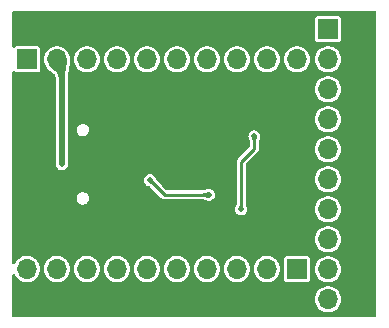
<source format=gbr>
%TF.GenerationSoftware,KiCad,Pcbnew,7.0.6*%
%TF.CreationDate,2023-09-22T01:58:40+08:00*%
%TF.ProjectId,power_ex_board,706f7765-725f-4657-985f-626f6172642e,rev?*%
%TF.SameCoordinates,Original*%
%TF.FileFunction,Copper,L2,Bot*%
%TF.FilePolarity,Positive*%
%FSLAX46Y46*%
G04 Gerber Fmt 4.6, Leading zero omitted, Abs format (unit mm)*
G04 Created by KiCad (PCBNEW 7.0.6) date 2023-09-22 01:58:40*
%MOMM*%
%LPD*%
G01*
G04 APERTURE LIST*
%TA.AperFunction,ComponentPad*%
%ADD10R,1.700000X1.700000*%
%TD*%
%TA.AperFunction,ComponentPad*%
%ADD11O,1.700000X1.700000*%
%TD*%
%TA.AperFunction,ComponentPad*%
%ADD12O,2.100000X1.000000*%
%TD*%
%TA.AperFunction,ComponentPad*%
%ADD13O,1.600000X1.000000*%
%TD*%
%TA.AperFunction,ViaPad*%
%ADD14C,0.508000*%
%TD*%
%TA.AperFunction,Conductor*%
%ADD15C,0.254000*%
%TD*%
%TA.AperFunction,Conductor*%
%ADD16C,0.508000*%
%TD*%
G04 APERTURE END LIST*
D10*
%TO.P,3V3,1,Pin_1*%
%TO.N,+3V3*%
X119121000Y-97541000D03*
D11*
%TO.P,3V3,2,Pin_2*%
%TO.N,GND*%
X121661000Y-97541000D03*
%TO.P,3V3,3,Pin_3*%
%TO.N,+3V3*%
X119121000Y-100081000D03*
%TO.P,3V3,4,Pin_4*%
%TO.N,GND*%
X121661000Y-100081000D03*
%TO.P,3V3,5,Pin_5*%
%TO.N,+3V3*%
X119121000Y-102621000D03*
%TO.P,3V3,6,Pin_6*%
%TO.N,GND*%
X121661000Y-102621000D03*
%TO.P,3V3,7,Pin_7*%
%TO.N,+3V3*%
X119121000Y-105161000D03*
%TO.P,3V3,8,Pin_8*%
%TO.N,GND*%
X121661000Y-105161000D03*
%TO.P,3V3,9,Pin_9*%
%TO.N,+3V3*%
X119121000Y-107701000D03*
%TO.P,3V3,10,Pin_10*%
%TO.N,GND*%
X121661000Y-107701000D03*
%TO.P,3V3,11,Pin_11*%
%TO.N,+3V3*%
X119121000Y-110241000D03*
%TO.P,3V3,12,Pin_12*%
%TO.N,GND*%
X121661000Y-110241000D03*
%TO.P,3V3,13,Pin_13*%
%TO.N,+3V3*%
X119121000Y-112781000D03*
%TO.P,3V3,14,Pin_14*%
%TO.N,GND*%
X121661000Y-112781000D03*
%TO.P,3V3,15,Pin_15*%
%TO.N,+3V3*%
X119121000Y-115321000D03*
%TO.P,3V3,16,Pin_16*%
%TO.N,GND*%
X121661000Y-115321000D03*
%TO.P,3V3,17,Pin_17*%
%TO.N,+3V3*%
X119121000Y-117861000D03*
%TO.P,3V3,18,Pin_18*%
%TO.N,GND*%
X121661000Y-117861000D03*
%TO.P,3V3,19,Pin_19*%
%TO.N,+3V3*%
X119121000Y-120401000D03*
%TO.P,3V3,20,Pin_20*%
%TO.N,GND*%
X121661000Y-120401000D03*
%TD*%
D10*
%TO.P,Custom,1,Pin_1*%
%TO.N,VCC*%
X116474400Y-117841000D03*
D11*
%TO.P,Custom,2,Pin_2*%
%TO.N,GND*%
X116474400Y-120381000D03*
%TO.P,Custom,3,Pin_3*%
%TO.N,VCC*%
X113934400Y-117841000D03*
%TO.P,Custom,4,Pin_4*%
%TO.N,GND*%
X113934400Y-120381000D03*
%TO.P,Custom,5,Pin_5*%
%TO.N,VCC*%
X111394400Y-117841000D03*
%TO.P,Custom,6,Pin_6*%
%TO.N,GND*%
X111394400Y-120381000D03*
%TO.P,Custom,7,Pin_7*%
%TO.N,VCC*%
X108854400Y-117841000D03*
%TO.P,Custom,8,Pin_8*%
%TO.N,GND*%
X108854400Y-120381000D03*
%TO.P,Custom,9,Pin_9*%
%TO.N,VCC*%
X106314400Y-117841000D03*
%TO.P,Custom,10,Pin_10*%
%TO.N,GND*%
X106314400Y-120381000D03*
%TO.P,Custom,11,Pin_11*%
%TO.N,VCC*%
X103774400Y-117841000D03*
%TO.P,Custom,12,Pin_12*%
%TO.N,GND*%
X103774400Y-120381000D03*
%TO.P,Custom,13,Pin_13*%
%TO.N,VCC*%
X101234400Y-117841000D03*
%TO.P,Custom,14,Pin_14*%
%TO.N,GND*%
X101234400Y-120381000D03*
%TO.P,Custom,15,Pin_15*%
%TO.N,VCC*%
X98694400Y-117841000D03*
%TO.P,Custom,16,Pin_16*%
%TO.N,GND*%
X98694400Y-120381000D03*
%TO.P,Custom,17,Pin_17*%
%TO.N,VCC*%
X96154400Y-117841000D03*
%TO.P,Custom,18,Pin_18*%
%TO.N,GND*%
X96154400Y-120381000D03*
%TO.P,Custom,19,Pin_19*%
%TO.N,VCC*%
X93614400Y-117841000D03*
%TO.P,Custom,20,Pin_20*%
%TO.N,GND*%
X93614400Y-120381000D03*
%TD*%
D10*
%TO.P,5V,1,Pin_1*%
%TO.N,+5V*%
X93624400Y-100091000D03*
D11*
%TO.P,5V,2,Pin_2*%
%TO.N,GND*%
X93624400Y-97551000D03*
%TO.P,5V,3,Pin_3*%
%TO.N,+5V*%
X96164400Y-100091000D03*
%TO.P,5V,4,Pin_4*%
%TO.N,GND*%
X96164400Y-97551000D03*
%TO.P,5V,5,Pin_5*%
%TO.N,+5V*%
X98704400Y-100091000D03*
%TO.P,5V,6,Pin_6*%
%TO.N,GND*%
X98704400Y-97551000D03*
%TO.P,5V,7,Pin_7*%
%TO.N,+5V*%
X101244400Y-100091000D03*
%TO.P,5V,8,Pin_8*%
%TO.N,GND*%
X101244400Y-97551000D03*
%TO.P,5V,9,Pin_9*%
%TO.N,+5V*%
X103784400Y-100091000D03*
%TO.P,5V,10,Pin_10*%
%TO.N,GND*%
X103784400Y-97551000D03*
%TO.P,5V,11,Pin_11*%
%TO.N,+5V*%
X106324400Y-100091000D03*
%TO.P,5V,12,Pin_12*%
%TO.N,GND*%
X106324400Y-97551000D03*
%TO.P,5V,13,Pin_13*%
%TO.N,+5V*%
X108864400Y-100091000D03*
%TO.P,5V,14,Pin_14*%
%TO.N,GND*%
X108864400Y-97551000D03*
%TO.P,5V,15,Pin_15*%
%TO.N,+5V*%
X111404400Y-100091000D03*
%TO.P,5V,16,Pin_16*%
%TO.N,GND*%
X111404400Y-97551000D03*
%TO.P,5V,17,Pin_17*%
%TO.N,+5V*%
X113944400Y-100091000D03*
%TO.P,5V,18,Pin_18*%
%TO.N,GND*%
X113944400Y-97551000D03*
%TO.P,5V,19,Pin_19*%
%TO.N,+5V*%
X116484400Y-100091000D03*
%TO.P,5V,20,Pin_20*%
%TO.N,GND*%
X116484400Y-97551000D03*
%TD*%
D12*
%TO.P,J1,S1,SHIELD*%
%TO.N,GND*%
X98888000Y-104646000D03*
D13*
X94708000Y-104646000D03*
D12*
X98888000Y-113286000D03*
D13*
X94708000Y-113286000D03*
%TD*%
D14*
%TO.N,GND*%
X106787950Y-113919000D03*
X95220366Y-115239800D03*
X94183200Y-111658400D03*
X108991400Y-109651800D03*
X109702600Y-102844600D03*
X102108000Y-112115600D03*
X105999839Y-102844600D03*
X102108000Y-110375700D03*
X107492800Y-104470200D03*
X97171932Y-115239800D03*
X107851216Y-102844600D03*
X99123498Y-115239800D03*
X104148462Y-102844600D03*
X102108000Y-108635800D03*
X93268800Y-115239800D03*
X117297200Y-110142866D03*
X103919866Y-104470200D03*
X94183200Y-108085466D03*
X94891577Y-102844600D03*
X94183200Y-106299000D03*
X98594331Y-102844600D03*
X108661200Y-113919000D03*
X113893600Y-104267000D03*
X93040200Y-102844600D03*
X101168200Y-113919000D03*
X102133400Y-104470200D03*
X117297200Y-108271733D03*
X100445708Y-102844600D03*
X116332000Y-104267000D03*
X94183200Y-109871932D03*
X103041450Y-113919000D03*
X105706332Y-104470200D03*
X104914700Y-113919000D03*
X117297200Y-106400600D03*
X117297200Y-112014000D03*
X102297085Y-102844600D03*
%TO.N,Net-(U1-EN)*%
X104038400Y-110312200D03*
X109016800Y-111556800D03*
%TO.N,+3V3*%
X111760000Y-112801400D03*
X112877600Y-106603800D03*
%TO.N,+5V*%
X96570800Y-108962602D03*
%TD*%
D15*
%TO.N,Net-(U1-EN)*%
X105283000Y-111556800D02*
X104038400Y-110312200D01*
X109016800Y-111556800D02*
X105283000Y-111556800D01*
%TO.N,+3V3*%
X111760000Y-108762800D02*
X112877600Y-107645200D01*
X111760000Y-112801400D02*
X111760000Y-108762800D01*
X112877600Y-107645200D02*
X112877600Y-106603800D01*
D16*
%TO.N,+5V*%
X96570800Y-100497400D02*
X96570800Y-108962602D01*
X96164400Y-100091000D02*
X96570800Y-100497400D01*
%TD*%
%TA.AperFunction,Conductor*%
%TO.N,GND*%
G36*
X123157021Y-96007102D02*
G01*
X123203514Y-96060758D01*
X123214900Y-96113100D01*
X123214900Y-121793500D01*
X123194898Y-121861621D01*
X123141242Y-121908114D01*
X123088900Y-121919500D01*
X92506300Y-121919500D01*
X92438179Y-121899498D01*
X92391686Y-121845842D01*
X92380300Y-121793500D01*
X92380300Y-120401004D01*
X118011768Y-120401004D01*
X118030654Y-120604819D01*
X118030655Y-120604821D01*
X118086672Y-120801701D01*
X118177912Y-120984935D01*
X118177913Y-120984936D01*
X118301266Y-121148284D01*
X118452536Y-121286185D01*
X118626566Y-121393940D01*
X118626568Y-121393940D01*
X118626573Y-121393944D01*
X118817444Y-121467888D01*
X119018653Y-121505500D01*
X119018655Y-121505500D01*
X119223345Y-121505500D01*
X119223347Y-121505500D01*
X119424556Y-121467888D01*
X119615427Y-121393944D01*
X119789462Y-121286186D01*
X119940732Y-121148285D01*
X120064088Y-120984935D01*
X120155328Y-120801701D01*
X120211345Y-120604821D01*
X120230232Y-120401000D01*
X120211345Y-120197179D01*
X120155328Y-120000299D01*
X120064088Y-119817065D01*
X120023538Y-119763368D01*
X119940733Y-119653715D01*
X119789463Y-119515814D01*
X119615433Y-119408059D01*
X119615428Y-119408057D01*
X119615427Y-119408056D01*
X119424559Y-119334113D01*
X119424560Y-119334113D01*
X119424557Y-119334112D01*
X119424556Y-119334112D01*
X119223347Y-119296500D01*
X119018653Y-119296500D01*
X118817444Y-119334112D01*
X118817439Y-119334113D01*
X118626577Y-119408054D01*
X118626566Y-119408059D01*
X118452536Y-119515814D01*
X118301266Y-119653715D01*
X118177913Y-119817063D01*
X118086671Y-120000301D01*
X118030654Y-120197180D01*
X118011768Y-120400995D01*
X118011768Y-120401004D01*
X92380300Y-120401004D01*
X92380300Y-118376223D01*
X92400302Y-118308102D01*
X92453958Y-118261609D01*
X92524232Y-118251505D01*
X92588812Y-118280999D01*
X92619088Y-118320057D01*
X92671312Y-118424935D01*
X92671313Y-118424936D01*
X92794666Y-118588284D01*
X92945936Y-118726185D01*
X93119966Y-118833940D01*
X93119968Y-118833940D01*
X93119973Y-118833944D01*
X93310844Y-118907888D01*
X93512053Y-118945500D01*
X93512055Y-118945500D01*
X93716745Y-118945500D01*
X93716747Y-118945500D01*
X93917956Y-118907888D01*
X94108827Y-118833944D01*
X94282862Y-118726186D01*
X94434132Y-118588285D01*
X94557488Y-118424935D01*
X94648728Y-118241701D01*
X94704745Y-118044821D01*
X94711040Y-117976880D01*
X94723632Y-117841004D01*
X95045168Y-117841004D01*
X95064054Y-118044819D01*
X95064055Y-118044821D01*
X95120072Y-118241701D01*
X95211312Y-118424935D01*
X95211313Y-118424936D01*
X95334666Y-118588284D01*
X95485936Y-118726185D01*
X95659966Y-118833940D01*
X95659968Y-118833940D01*
X95659973Y-118833944D01*
X95850844Y-118907888D01*
X96052053Y-118945500D01*
X96052055Y-118945500D01*
X96256745Y-118945500D01*
X96256747Y-118945500D01*
X96457956Y-118907888D01*
X96648827Y-118833944D01*
X96822862Y-118726186D01*
X96974132Y-118588285D01*
X97097488Y-118424935D01*
X97188728Y-118241701D01*
X97244745Y-118044821D01*
X97251040Y-117976880D01*
X97263632Y-117841004D01*
X97585168Y-117841004D01*
X97604054Y-118044819D01*
X97604055Y-118044821D01*
X97660072Y-118241701D01*
X97751312Y-118424935D01*
X97751313Y-118424936D01*
X97874666Y-118588284D01*
X98025936Y-118726185D01*
X98199966Y-118833940D01*
X98199968Y-118833940D01*
X98199973Y-118833944D01*
X98390844Y-118907888D01*
X98592053Y-118945500D01*
X98592055Y-118945500D01*
X98796745Y-118945500D01*
X98796747Y-118945500D01*
X98997956Y-118907888D01*
X99188827Y-118833944D01*
X99362862Y-118726186D01*
X99514132Y-118588285D01*
X99637488Y-118424935D01*
X99728728Y-118241701D01*
X99784745Y-118044821D01*
X99791040Y-117976880D01*
X99803632Y-117841004D01*
X100125168Y-117841004D01*
X100144054Y-118044819D01*
X100144055Y-118044821D01*
X100200072Y-118241701D01*
X100291312Y-118424935D01*
X100291313Y-118424936D01*
X100414666Y-118588284D01*
X100565936Y-118726185D01*
X100739966Y-118833940D01*
X100739968Y-118833940D01*
X100739973Y-118833944D01*
X100930844Y-118907888D01*
X101132053Y-118945500D01*
X101132055Y-118945500D01*
X101336745Y-118945500D01*
X101336747Y-118945500D01*
X101537956Y-118907888D01*
X101728827Y-118833944D01*
X101902862Y-118726186D01*
X102054132Y-118588285D01*
X102177488Y-118424935D01*
X102268728Y-118241701D01*
X102324745Y-118044821D01*
X102331040Y-117976880D01*
X102343632Y-117841004D01*
X102665168Y-117841004D01*
X102684054Y-118044819D01*
X102684055Y-118044821D01*
X102740072Y-118241701D01*
X102831312Y-118424935D01*
X102831313Y-118424936D01*
X102954666Y-118588284D01*
X103105936Y-118726185D01*
X103279966Y-118833940D01*
X103279968Y-118833940D01*
X103279973Y-118833944D01*
X103470844Y-118907888D01*
X103672053Y-118945500D01*
X103672055Y-118945500D01*
X103876745Y-118945500D01*
X103876747Y-118945500D01*
X104077956Y-118907888D01*
X104268827Y-118833944D01*
X104442862Y-118726186D01*
X104594132Y-118588285D01*
X104717488Y-118424935D01*
X104808728Y-118241701D01*
X104864745Y-118044821D01*
X104871040Y-117976880D01*
X104883632Y-117841004D01*
X105205168Y-117841004D01*
X105224054Y-118044819D01*
X105224055Y-118044821D01*
X105280072Y-118241701D01*
X105371312Y-118424935D01*
X105371313Y-118424936D01*
X105494666Y-118588284D01*
X105645936Y-118726185D01*
X105819966Y-118833940D01*
X105819968Y-118833940D01*
X105819973Y-118833944D01*
X106010844Y-118907888D01*
X106212053Y-118945500D01*
X106212055Y-118945500D01*
X106416745Y-118945500D01*
X106416747Y-118945500D01*
X106617956Y-118907888D01*
X106808827Y-118833944D01*
X106982862Y-118726186D01*
X107134132Y-118588285D01*
X107257488Y-118424935D01*
X107348728Y-118241701D01*
X107404745Y-118044821D01*
X107411040Y-117976880D01*
X107423632Y-117841004D01*
X107745168Y-117841004D01*
X107764054Y-118044819D01*
X107764055Y-118044821D01*
X107820072Y-118241701D01*
X107911312Y-118424935D01*
X107911313Y-118424936D01*
X108034666Y-118588284D01*
X108185936Y-118726185D01*
X108359966Y-118833940D01*
X108359968Y-118833940D01*
X108359973Y-118833944D01*
X108550844Y-118907888D01*
X108752053Y-118945500D01*
X108752055Y-118945500D01*
X108956745Y-118945500D01*
X108956747Y-118945500D01*
X109157956Y-118907888D01*
X109348827Y-118833944D01*
X109522862Y-118726186D01*
X109674132Y-118588285D01*
X109797488Y-118424935D01*
X109888728Y-118241701D01*
X109944745Y-118044821D01*
X109951040Y-117976880D01*
X109963632Y-117841004D01*
X110285168Y-117841004D01*
X110304054Y-118044819D01*
X110304055Y-118044821D01*
X110360072Y-118241701D01*
X110451312Y-118424935D01*
X110451313Y-118424936D01*
X110574666Y-118588284D01*
X110725936Y-118726185D01*
X110899966Y-118833940D01*
X110899968Y-118833940D01*
X110899973Y-118833944D01*
X111090844Y-118907888D01*
X111292053Y-118945500D01*
X111292055Y-118945500D01*
X111496745Y-118945500D01*
X111496747Y-118945500D01*
X111697956Y-118907888D01*
X111888827Y-118833944D01*
X112062862Y-118726186D01*
X112214132Y-118588285D01*
X112337488Y-118424935D01*
X112428728Y-118241701D01*
X112484745Y-118044821D01*
X112491040Y-117976880D01*
X112503632Y-117841004D01*
X112825168Y-117841004D01*
X112844054Y-118044819D01*
X112844055Y-118044821D01*
X112900072Y-118241701D01*
X112991312Y-118424935D01*
X112991313Y-118424936D01*
X113114666Y-118588284D01*
X113265936Y-118726185D01*
X113439966Y-118833940D01*
X113439968Y-118833940D01*
X113439973Y-118833944D01*
X113630844Y-118907888D01*
X113832053Y-118945500D01*
X113832055Y-118945500D01*
X114036745Y-118945500D01*
X114036747Y-118945500D01*
X114237956Y-118907888D01*
X114428827Y-118833944D01*
X114602862Y-118726186D01*
X114613966Y-118716063D01*
X115369900Y-118716063D01*
X115369901Y-118716073D01*
X115384665Y-118790300D01*
X115440916Y-118874484D01*
X115525097Y-118930733D01*
X115525099Y-118930734D01*
X115599333Y-118945500D01*
X117349466Y-118945499D01*
X117349469Y-118945498D01*
X117349473Y-118945498D01*
X117398726Y-118935701D01*
X117423701Y-118930734D01*
X117507884Y-118874484D01*
X117564134Y-118790301D01*
X117578900Y-118716067D01*
X117578900Y-117861004D01*
X118011768Y-117861004D01*
X118030654Y-118064819D01*
X118083771Y-118251505D01*
X118086672Y-118261701D01*
X118177912Y-118444935D01*
X118177913Y-118444936D01*
X118301266Y-118608284D01*
X118452536Y-118746185D01*
X118626566Y-118853940D01*
X118626568Y-118853940D01*
X118626573Y-118853944D01*
X118817444Y-118927888D01*
X119018653Y-118965500D01*
X119018655Y-118965500D01*
X119223345Y-118965500D01*
X119223347Y-118965500D01*
X119424556Y-118927888D01*
X119615427Y-118853944D01*
X119789462Y-118746186D01*
X119940732Y-118608285D01*
X120064088Y-118444935D01*
X120155328Y-118261701D01*
X120211345Y-118064821D01*
X120230232Y-117861000D01*
X120228378Y-117840995D01*
X120211345Y-117657180D01*
X120211345Y-117657179D01*
X120155328Y-117460299D01*
X120064088Y-117277065D01*
X120023538Y-117223368D01*
X119940733Y-117113715D01*
X119789463Y-116975814D01*
X119615433Y-116868059D01*
X119615428Y-116868057D01*
X119615427Y-116868056D01*
X119424559Y-116794113D01*
X119424560Y-116794113D01*
X119424557Y-116794112D01*
X119424556Y-116794112D01*
X119223347Y-116756500D01*
X119018653Y-116756500D01*
X118817444Y-116794112D01*
X118817439Y-116794113D01*
X118626577Y-116868054D01*
X118626566Y-116868059D01*
X118452536Y-116975814D01*
X118301266Y-117113715D01*
X118177913Y-117277063D01*
X118086671Y-117460301D01*
X118030654Y-117657180D01*
X118011768Y-117860995D01*
X118011768Y-117861004D01*
X117578900Y-117861004D01*
X117578899Y-116965934D01*
X117578898Y-116965930D01*
X117578898Y-116965926D01*
X117564134Y-116891699D01*
X117507883Y-116807515D01*
X117423702Y-116751266D01*
X117349467Y-116736500D01*
X115599336Y-116736500D01*
X115599326Y-116736501D01*
X115525099Y-116751265D01*
X115440915Y-116807516D01*
X115384666Y-116891697D01*
X115369900Y-116965930D01*
X115369900Y-118716063D01*
X114613966Y-118716063D01*
X114754132Y-118588285D01*
X114877488Y-118424935D01*
X114968728Y-118241701D01*
X115024745Y-118044821D01*
X115031040Y-117976880D01*
X115043632Y-117841004D01*
X115043632Y-117840995D01*
X115024745Y-117637180D01*
X114974418Y-117460299D01*
X114968728Y-117440299D01*
X114877488Y-117257065D01*
X114836938Y-117203368D01*
X114754133Y-117093715D01*
X114602863Y-116955814D01*
X114428833Y-116848059D01*
X114428828Y-116848057D01*
X114428827Y-116848056D01*
X114428822Y-116848054D01*
X114237959Y-116774113D01*
X114237960Y-116774113D01*
X114237957Y-116774112D01*
X114237956Y-116774112D01*
X114036747Y-116736500D01*
X113832053Y-116736500D01*
X113630844Y-116774112D01*
X113630839Y-116774113D01*
X113439977Y-116848054D01*
X113439966Y-116848059D01*
X113265936Y-116955814D01*
X113114666Y-117093715D01*
X112991313Y-117257063D01*
X112900071Y-117440301D01*
X112844054Y-117637180D01*
X112825168Y-117840995D01*
X112825168Y-117841004D01*
X112503632Y-117841004D01*
X112503632Y-117840995D01*
X112484745Y-117637180D01*
X112434418Y-117460299D01*
X112428728Y-117440299D01*
X112337488Y-117257065D01*
X112296938Y-117203368D01*
X112214133Y-117093715D01*
X112062863Y-116955814D01*
X111888833Y-116848059D01*
X111888828Y-116848057D01*
X111888827Y-116848056D01*
X111888822Y-116848054D01*
X111697959Y-116774113D01*
X111697960Y-116774113D01*
X111697957Y-116774112D01*
X111697956Y-116774112D01*
X111496747Y-116736500D01*
X111292053Y-116736500D01*
X111090844Y-116774112D01*
X111090839Y-116774113D01*
X110899977Y-116848054D01*
X110899966Y-116848059D01*
X110725936Y-116955814D01*
X110574666Y-117093715D01*
X110451313Y-117257063D01*
X110360071Y-117440301D01*
X110304054Y-117637180D01*
X110285168Y-117840995D01*
X110285168Y-117841004D01*
X109963632Y-117841004D01*
X109963632Y-117840995D01*
X109944745Y-117637180D01*
X109894418Y-117460299D01*
X109888728Y-117440299D01*
X109797488Y-117257065D01*
X109756938Y-117203368D01*
X109674133Y-117093715D01*
X109522863Y-116955814D01*
X109348833Y-116848059D01*
X109348828Y-116848057D01*
X109348827Y-116848056D01*
X109348822Y-116848054D01*
X109157959Y-116774113D01*
X109157960Y-116774113D01*
X109157957Y-116774112D01*
X109157956Y-116774112D01*
X108956747Y-116736500D01*
X108752053Y-116736500D01*
X108550844Y-116774112D01*
X108550839Y-116774113D01*
X108359977Y-116848054D01*
X108359966Y-116848059D01*
X108185936Y-116955814D01*
X108034666Y-117093715D01*
X107911313Y-117257063D01*
X107820071Y-117440301D01*
X107764054Y-117637180D01*
X107745168Y-117840995D01*
X107745168Y-117841004D01*
X107423632Y-117841004D01*
X107423632Y-117840995D01*
X107404745Y-117637180D01*
X107354418Y-117460299D01*
X107348728Y-117440299D01*
X107257488Y-117257065D01*
X107216938Y-117203368D01*
X107134133Y-117093715D01*
X106982863Y-116955814D01*
X106808833Y-116848059D01*
X106808828Y-116848057D01*
X106808827Y-116848056D01*
X106808822Y-116848054D01*
X106617959Y-116774113D01*
X106617960Y-116774113D01*
X106617957Y-116774112D01*
X106617956Y-116774112D01*
X106416747Y-116736500D01*
X106212053Y-116736500D01*
X106010844Y-116774112D01*
X106010839Y-116774113D01*
X105819977Y-116848054D01*
X105819966Y-116848059D01*
X105645936Y-116955814D01*
X105494666Y-117093715D01*
X105371313Y-117257063D01*
X105280071Y-117440301D01*
X105224054Y-117637180D01*
X105205168Y-117840995D01*
X105205168Y-117841004D01*
X104883632Y-117841004D01*
X104883632Y-117840995D01*
X104864745Y-117637180D01*
X104814418Y-117460299D01*
X104808728Y-117440299D01*
X104717488Y-117257065D01*
X104676938Y-117203368D01*
X104594133Y-117093715D01*
X104442863Y-116955814D01*
X104268833Y-116848059D01*
X104268828Y-116848057D01*
X104268827Y-116848056D01*
X104268822Y-116848054D01*
X104077959Y-116774113D01*
X104077960Y-116774113D01*
X104077957Y-116774112D01*
X104077956Y-116774112D01*
X103876747Y-116736500D01*
X103672053Y-116736500D01*
X103470844Y-116774112D01*
X103470839Y-116774113D01*
X103279977Y-116848054D01*
X103279966Y-116848059D01*
X103105936Y-116955814D01*
X102954666Y-117093715D01*
X102831313Y-117257063D01*
X102740071Y-117440301D01*
X102684054Y-117637180D01*
X102665168Y-117840995D01*
X102665168Y-117841004D01*
X102343632Y-117841004D01*
X102343632Y-117840995D01*
X102324745Y-117637180D01*
X102274418Y-117460299D01*
X102268728Y-117440299D01*
X102177488Y-117257065D01*
X102136938Y-117203368D01*
X102054133Y-117093715D01*
X101902863Y-116955814D01*
X101728833Y-116848059D01*
X101728828Y-116848057D01*
X101728827Y-116848056D01*
X101728822Y-116848054D01*
X101537959Y-116774113D01*
X101537960Y-116774113D01*
X101537957Y-116774112D01*
X101537956Y-116774112D01*
X101336747Y-116736500D01*
X101132053Y-116736500D01*
X100930844Y-116774112D01*
X100930839Y-116774113D01*
X100739977Y-116848054D01*
X100739966Y-116848059D01*
X100565936Y-116955814D01*
X100414666Y-117093715D01*
X100291313Y-117257063D01*
X100200071Y-117440301D01*
X100144054Y-117637180D01*
X100125168Y-117840995D01*
X100125168Y-117841004D01*
X99803632Y-117841004D01*
X99803632Y-117840995D01*
X99784745Y-117637180D01*
X99734418Y-117460299D01*
X99728728Y-117440299D01*
X99637488Y-117257065D01*
X99596938Y-117203368D01*
X99514133Y-117093715D01*
X99362863Y-116955814D01*
X99188833Y-116848059D01*
X99188828Y-116848057D01*
X99188827Y-116848056D01*
X99188822Y-116848054D01*
X98997959Y-116774113D01*
X98997960Y-116774113D01*
X98997957Y-116774112D01*
X98997956Y-116774112D01*
X98796747Y-116736500D01*
X98592053Y-116736500D01*
X98390844Y-116774112D01*
X98390839Y-116774113D01*
X98199977Y-116848054D01*
X98199966Y-116848059D01*
X98025936Y-116955814D01*
X97874666Y-117093715D01*
X97751313Y-117257063D01*
X97660071Y-117440301D01*
X97604054Y-117637180D01*
X97585168Y-117840995D01*
X97585168Y-117841004D01*
X97263632Y-117841004D01*
X97263632Y-117840995D01*
X97244745Y-117637180D01*
X97194418Y-117460299D01*
X97188728Y-117440299D01*
X97097488Y-117257065D01*
X97056938Y-117203368D01*
X96974133Y-117093715D01*
X96822863Y-116955814D01*
X96648833Y-116848059D01*
X96648828Y-116848057D01*
X96648827Y-116848056D01*
X96648822Y-116848054D01*
X96457959Y-116774113D01*
X96457960Y-116774113D01*
X96457957Y-116774112D01*
X96457956Y-116774112D01*
X96256747Y-116736500D01*
X96052053Y-116736500D01*
X95850844Y-116774112D01*
X95850839Y-116774113D01*
X95659977Y-116848054D01*
X95659966Y-116848059D01*
X95485936Y-116955814D01*
X95334666Y-117093715D01*
X95211313Y-117257063D01*
X95120071Y-117440301D01*
X95064054Y-117637180D01*
X95045168Y-117840995D01*
X95045168Y-117841004D01*
X94723632Y-117841004D01*
X94723632Y-117840995D01*
X94704745Y-117637180D01*
X94654418Y-117460299D01*
X94648728Y-117440299D01*
X94557488Y-117257065D01*
X94516938Y-117203368D01*
X94434133Y-117093715D01*
X94282863Y-116955814D01*
X94108833Y-116848059D01*
X94108828Y-116848057D01*
X94108827Y-116848056D01*
X94108822Y-116848054D01*
X93917959Y-116774113D01*
X93917960Y-116774113D01*
X93917957Y-116774112D01*
X93917956Y-116774112D01*
X93716747Y-116736500D01*
X93512053Y-116736500D01*
X93310844Y-116774112D01*
X93310839Y-116774113D01*
X93119977Y-116848054D01*
X93119966Y-116848059D01*
X92945936Y-116955814D01*
X92794666Y-117093715D01*
X92671312Y-117257064D01*
X92671308Y-117257069D01*
X92619090Y-117361939D01*
X92570821Y-117414003D01*
X92502067Y-117431705D01*
X92434657Y-117409426D01*
X92389993Y-117354238D01*
X92380300Y-117305776D01*
X92380300Y-115321004D01*
X118011768Y-115321004D01*
X118030654Y-115524819D01*
X118030655Y-115524821D01*
X118086672Y-115721701D01*
X118177912Y-115904935D01*
X118177913Y-115904936D01*
X118301266Y-116068284D01*
X118452536Y-116206185D01*
X118626566Y-116313940D01*
X118626568Y-116313940D01*
X118626573Y-116313944D01*
X118817444Y-116387888D01*
X119018653Y-116425500D01*
X119018655Y-116425500D01*
X119223345Y-116425500D01*
X119223347Y-116425500D01*
X119424556Y-116387888D01*
X119615427Y-116313944D01*
X119789462Y-116206186D01*
X119940732Y-116068285D01*
X120064088Y-115904935D01*
X120155328Y-115721701D01*
X120211345Y-115524821D01*
X120230232Y-115321000D01*
X120211345Y-115117179D01*
X120155328Y-114920299D01*
X120064088Y-114737065D01*
X120023538Y-114683368D01*
X119940733Y-114573715D01*
X119789463Y-114435814D01*
X119615433Y-114328059D01*
X119615428Y-114328057D01*
X119615427Y-114328056D01*
X119424559Y-114254113D01*
X119424560Y-114254113D01*
X119424557Y-114254112D01*
X119424556Y-114254112D01*
X119223347Y-114216500D01*
X119018653Y-114216500D01*
X118817444Y-114254112D01*
X118817439Y-114254113D01*
X118626577Y-114328054D01*
X118626566Y-114328059D01*
X118452536Y-114435814D01*
X118301266Y-114573715D01*
X118177913Y-114737063D01*
X118086671Y-114920301D01*
X118030654Y-115117180D01*
X118011768Y-115320995D01*
X118011768Y-115321004D01*
X92380300Y-115321004D01*
X92380300Y-112801403D01*
X111246271Y-112801403D01*
X111267079Y-112946127D01*
X111267081Y-112946134D01*
X111327824Y-113079143D01*
X111423579Y-113189650D01*
X111546589Y-113268704D01*
X111666039Y-113303778D01*
X111686885Y-113309899D01*
X111686886Y-113309899D01*
X111686889Y-113309900D01*
X111686892Y-113309900D01*
X111833108Y-113309900D01*
X111833111Y-113309900D01*
X111973411Y-113268704D01*
X112096421Y-113189650D01*
X112192176Y-113079143D01*
X112252919Y-112946134D01*
X112273729Y-112801400D01*
X112273729Y-112801396D01*
X112270797Y-112781004D01*
X118011768Y-112781004D01*
X118030654Y-112984819D01*
X118030655Y-112984821D01*
X118086672Y-113181701D01*
X118177912Y-113364935D01*
X118177913Y-113364936D01*
X118301266Y-113528284D01*
X118452536Y-113666185D01*
X118626566Y-113773940D01*
X118626568Y-113773940D01*
X118626573Y-113773944D01*
X118817444Y-113847888D01*
X119018653Y-113885500D01*
X119018655Y-113885500D01*
X119223345Y-113885500D01*
X119223347Y-113885500D01*
X119424556Y-113847888D01*
X119615427Y-113773944D01*
X119789462Y-113666186D01*
X119940732Y-113528285D01*
X120064088Y-113364935D01*
X120155328Y-113181701D01*
X120211345Y-112984821D01*
X120217640Y-112916880D01*
X120230232Y-112781004D01*
X120230232Y-112780995D01*
X120212837Y-112593282D01*
X120211345Y-112577179D01*
X120155328Y-112380299D01*
X120064088Y-112197065D01*
X119991939Y-112101524D01*
X119940733Y-112033715D01*
X119789463Y-111895814D01*
X119615433Y-111788059D01*
X119615428Y-111788057D01*
X119615427Y-111788056D01*
X119510547Y-111747425D01*
X119424559Y-111714113D01*
X119424560Y-111714113D01*
X119424557Y-111714112D01*
X119424556Y-111714112D01*
X119223347Y-111676500D01*
X119018653Y-111676500D01*
X118817444Y-111714112D01*
X118817439Y-111714113D01*
X118626577Y-111788054D01*
X118626566Y-111788059D01*
X118452536Y-111895814D01*
X118301266Y-112033715D01*
X118177913Y-112197063D01*
X118086671Y-112380301D01*
X118030654Y-112577180D01*
X118011768Y-112780995D01*
X118011768Y-112781004D01*
X112270797Y-112781004D01*
X112252920Y-112656672D01*
X112252919Y-112656669D01*
X112252919Y-112656666D01*
X112238602Y-112625316D01*
X112230070Y-112599639D01*
X112228692Y-112593275D01*
X112227980Y-112589985D01*
X112190310Y-112503212D01*
X112166046Y-112447294D01*
X112163872Y-112441520D01*
X112158173Y-112423785D01*
X112153516Y-112403842D01*
X112150004Y-112380301D01*
X112149816Y-112379041D01*
X112149159Y-112371775D01*
X112146730Y-112296370D01*
X112146730Y-112296367D01*
X112144549Y-112286641D01*
X112141500Y-112259086D01*
X112141500Y-110241004D01*
X118011768Y-110241004D01*
X118030654Y-110444819D01*
X118086671Y-110641698D01*
X118086672Y-110641701D01*
X118177912Y-110824935D01*
X118177913Y-110824936D01*
X118301266Y-110988284D01*
X118452536Y-111126185D01*
X118626566Y-111233940D01*
X118626568Y-111233940D01*
X118626573Y-111233944D01*
X118817444Y-111307888D01*
X119018653Y-111345500D01*
X119018655Y-111345500D01*
X119223345Y-111345500D01*
X119223347Y-111345500D01*
X119424556Y-111307888D01*
X119615427Y-111233944D01*
X119789462Y-111126186D01*
X119940732Y-110988285D01*
X119957985Y-110965439D01*
X119975100Y-110942774D01*
X120064088Y-110824935D01*
X120155328Y-110641701D01*
X120211345Y-110444821D01*
X120230232Y-110241000D01*
X120219709Y-110127444D01*
X120211345Y-110037180D01*
X120211345Y-110037179D01*
X120155328Y-109840299D01*
X120064088Y-109657065D01*
X120023538Y-109603368D01*
X119940733Y-109493715D01*
X119789463Y-109355814D01*
X119615433Y-109248059D01*
X119615428Y-109248057D01*
X119615427Y-109248056D01*
X119424559Y-109174113D01*
X119424560Y-109174113D01*
X119424557Y-109174112D01*
X119424556Y-109174112D01*
X119223347Y-109136500D01*
X119018653Y-109136500D01*
X118817444Y-109174112D01*
X118817439Y-109174113D01*
X118626577Y-109248054D01*
X118626566Y-109248059D01*
X118452536Y-109355814D01*
X118301266Y-109493715D01*
X118177913Y-109657063D01*
X118086671Y-109840301D01*
X118030654Y-110037180D01*
X118011768Y-110240995D01*
X118011768Y-110241004D01*
X112141500Y-110241004D01*
X112141500Y-108973012D01*
X112161502Y-108904891D01*
X112178399Y-108883922D01*
X113110149Y-107952172D01*
X113130321Y-107935793D01*
X113139556Y-107929760D01*
X113161711Y-107901293D01*
X113166877Y-107895444D01*
X113169714Y-107892609D01*
X113183500Y-107873299D01*
X113217758Y-107829285D01*
X113217760Y-107829276D01*
X113221556Y-107822265D01*
X113225070Y-107815076D01*
X113225075Y-107815070D01*
X113233984Y-107785143D01*
X113240990Y-107761612D01*
X113259099Y-107708864D01*
X113260410Y-107701004D01*
X118011768Y-107701004D01*
X118030654Y-107904819D01*
X118039466Y-107935789D01*
X118086672Y-108101701D01*
X118177912Y-108284935D01*
X118177913Y-108284936D01*
X118301266Y-108448284D01*
X118452536Y-108586185D01*
X118626566Y-108693940D01*
X118626568Y-108693940D01*
X118626573Y-108693944D01*
X118817444Y-108767888D01*
X119018653Y-108805500D01*
X119018655Y-108805500D01*
X119223345Y-108805500D01*
X119223347Y-108805500D01*
X119424556Y-108767888D01*
X119615427Y-108693944D01*
X119789462Y-108586186D01*
X119940732Y-108448285D01*
X120064088Y-108284935D01*
X120155328Y-108101701D01*
X120211345Y-107904821D01*
X120219662Y-107815067D01*
X120230232Y-107701004D01*
X120230232Y-107700995D01*
X120211345Y-107497180D01*
X120208499Y-107487177D01*
X120155328Y-107300299D01*
X120064088Y-107117065D01*
X119995432Y-107026149D01*
X119940733Y-106953715D01*
X119789463Y-106815814D01*
X119615433Y-106708059D01*
X119615428Y-106708057D01*
X119615427Y-106708056D01*
X119424559Y-106634113D01*
X119424560Y-106634113D01*
X119424557Y-106634112D01*
X119424556Y-106634112D01*
X119223347Y-106596500D01*
X119018653Y-106596500D01*
X118817444Y-106634112D01*
X118817439Y-106634113D01*
X118626577Y-106708054D01*
X118626566Y-106708059D01*
X118452536Y-106815814D01*
X118301266Y-106953715D01*
X118177913Y-107117063D01*
X118086671Y-107300301D01*
X118030654Y-107497180D01*
X118011768Y-107700995D01*
X118011768Y-107701004D01*
X113260410Y-107701004D01*
X113260419Y-107700952D01*
X113261405Y-107693042D01*
X113259100Y-107637315D01*
X113259100Y-107145779D01*
X113262376Y-107117234D01*
X113264329Y-107108836D01*
X113264331Y-107108829D01*
X113266758Y-107033418D01*
X113267413Y-107026171D01*
X113271116Y-107001345D01*
X113275772Y-106981414D01*
X113281462Y-106963703D01*
X113283646Y-106957907D01*
X113307911Y-106901984D01*
X113345642Y-106815071D01*
X113346983Y-106811924D01*
X113348432Y-106804770D01*
X113357305Y-106777467D01*
X113370519Y-106748534D01*
X113391329Y-106603800D01*
X113391329Y-106603796D01*
X113370520Y-106459072D01*
X113370519Y-106459071D01*
X113370519Y-106459066D01*
X113309776Y-106326057D01*
X113214021Y-106215550D01*
X113214020Y-106215549D01*
X113118162Y-106153945D01*
X113091011Y-106136496D01*
X113055936Y-106126196D01*
X112950714Y-106095300D01*
X112950711Y-106095300D01*
X112804489Y-106095300D01*
X112804485Y-106095300D01*
X112664189Y-106136496D01*
X112664187Y-106136497D01*
X112541179Y-106215549D01*
X112445424Y-106326056D01*
X112384681Y-106459065D01*
X112384679Y-106459072D01*
X112363871Y-106603796D01*
X112363871Y-106603803D01*
X112384680Y-106748534D01*
X112384681Y-106748537D01*
X112398994Y-106779879D01*
X112407525Y-106805547D01*
X112409618Y-106815213D01*
X112409619Y-106815215D01*
X112447287Y-106901985D01*
X112471547Y-106957895D01*
X112473735Y-106963705D01*
X112479421Y-106981402D01*
X112484081Y-107001352D01*
X112487392Y-107023545D01*
X112487780Y-107026149D01*
X112487782Y-107026159D01*
X112488439Y-107033430D01*
X112490870Y-107108836D01*
X112490870Y-107108837D01*
X112493049Y-107118554D01*
X112496100Y-107146115D01*
X112496100Y-107434986D01*
X112476098Y-107503107D01*
X112459195Y-107524082D01*
X111527455Y-108455821D01*
X111507282Y-108472204D01*
X111498041Y-108478241D01*
X111475896Y-108506693D01*
X111470736Y-108512538D01*
X111467892Y-108515383D01*
X111454099Y-108534700D01*
X111419840Y-108578716D01*
X111416030Y-108585758D01*
X111412524Y-108592929D01*
X111396610Y-108646386D01*
X111378499Y-108699139D01*
X111377184Y-108707018D01*
X111376194Y-108714960D01*
X111378500Y-108770684D01*
X111378500Y-112259420D01*
X111375223Y-112287970D01*
X111373270Y-112296362D01*
X111370839Y-112371768D01*
X111370181Y-112379041D01*
X111366479Y-112403851D01*
X111361824Y-112423786D01*
X111356137Y-112441485D01*
X111353954Y-112447284D01*
X111329687Y-112503212D01*
X111329687Y-112503213D01*
X111292020Y-112589985D01*
X111291957Y-112590129D01*
X111290617Y-112593272D01*
X111290614Y-112593282D01*
X111289162Y-112600442D01*
X111280292Y-112627734D01*
X111267082Y-112656662D01*
X111267080Y-112656669D01*
X111246271Y-112801396D01*
X111246271Y-112801403D01*
X92380300Y-112801403D01*
X92380300Y-111892419D01*
X97825573Y-111892419D01*
X97852938Y-112024103D01*
X97855144Y-112034720D01*
X97855145Y-112034721D01*
X97889760Y-112101524D01*
X97922007Y-112163758D01*
X98021207Y-112269975D01*
X98145385Y-112345489D01*
X98285332Y-112384700D01*
X98285333Y-112384700D01*
X98394167Y-112384700D01*
X98394180Y-112384699D01*
X98477019Y-112373312D01*
X98501983Y-112369881D01*
X98635287Y-112311979D01*
X98748026Y-112220259D01*
X98831839Y-112101523D01*
X98880509Y-111964579D01*
X98890427Y-111819581D01*
X98860857Y-111677284D01*
X98860855Y-111677280D01*
X98860855Y-111677279D01*
X98860854Y-111677278D01*
X98793995Y-111548246D01*
X98793994Y-111548244D01*
X98793993Y-111548242D01*
X98694793Y-111442025D01*
X98694792Y-111442024D01*
X98625720Y-111400021D01*
X98570615Y-111366511D01*
X98430668Y-111327300D01*
X98321833Y-111327300D01*
X98321819Y-111327300D01*
X98214025Y-111342117D01*
X98214016Y-111342119D01*
X98080711Y-111400021D01*
X97967976Y-111491739D01*
X97967970Y-111491745D01*
X97884161Y-111610475D01*
X97884159Y-111610480D01*
X97835491Y-111747419D01*
X97835490Y-111747425D01*
X97827606Y-111862690D01*
X97825573Y-111892419D01*
X92380300Y-111892419D01*
X92380300Y-110312203D01*
X103524671Y-110312203D01*
X103545479Y-110456927D01*
X103545481Y-110456934D01*
X103606224Y-110589943D01*
X103701979Y-110700450D01*
X103824989Y-110779504D01*
X103828952Y-110780667D01*
X103850979Y-110790732D01*
X103851469Y-110789777D01*
X103856974Y-110792601D01*
X103856979Y-110792604D01*
X103856983Y-110792605D01*
X103856984Y-110792606D01*
X103944969Y-110827324D01*
X103966331Y-110835757D01*
X104001682Y-110849713D01*
X104007314Y-110852264D01*
X104019416Y-110858480D01*
X104023859Y-110860763D01*
X104041251Y-110871568D01*
X104050049Y-110878080D01*
X104061398Y-110886483D01*
X104067001Y-110891157D01*
X104122051Y-110942771D01*
X104130475Y-110948110D01*
X104152117Y-110965439D01*
X104976016Y-111789338D01*
X104992402Y-111809515D01*
X104998437Y-111818752D01*
X104998440Y-111818756D01*
X105026437Y-111840547D01*
X105026900Y-111840907D01*
X105032757Y-111846080D01*
X105035584Y-111848907D01*
X105035591Y-111848913D01*
X105054889Y-111862691D01*
X105098915Y-111896958D01*
X105098917Y-111896958D01*
X105105955Y-111900768D01*
X105113127Y-111904273D01*
X105113130Y-111904275D01*
X105145836Y-111914011D01*
X105166590Y-111920191D01*
X105219333Y-111938298D01*
X105219339Y-111938300D01*
X105219345Y-111938300D01*
X105227250Y-111939619D01*
X105235156Y-111940605D01*
X105235157Y-111940604D01*
X105235158Y-111940605D01*
X105290884Y-111938300D01*
X108474828Y-111938300D01*
X108503376Y-111941576D01*
X108511768Y-111943529D01*
X108587173Y-111945957D01*
X108594415Y-111946611D01*
X108619247Y-111950315D01*
X108639191Y-111954975D01*
X108656879Y-111960658D01*
X108662687Y-111962845D01*
X108718615Y-111987111D01*
X108794950Y-112020249D01*
X108804873Y-112024782D01*
X108808097Y-112025938D01*
X108808664Y-112026179D01*
X108808665Y-112026180D01*
X108808670Y-112026181D01*
X108808675Y-112026183D01*
X108811847Y-112026825D01*
X108817045Y-112028113D01*
X108943689Y-112065300D01*
X108943692Y-112065300D01*
X109089908Y-112065300D01*
X109089911Y-112065300D01*
X109230211Y-112024104D01*
X109353221Y-111945050D01*
X109448976Y-111834543D01*
X109509719Y-111701534D01*
X109522811Y-111610480D01*
X109530529Y-111556803D01*
X109530529Y-111556796D01*
X109509720Y-111412072D01*
X109509719Y-111412071D01*
X109509719Y-111412066D01*
X109448976Y-111279057D01*
X109353221Y-111168550D01*
X109353220Y-111168549D01*
X109287300Y-111126185D01*
X109230211Y-111089496D01*
X109195136Y-111079196D01*
X109089914Y-111048300D01*
X109089911Y-111048300D01*
X108943689Y-111048300D01*
X108943687Y-111048300D01*
X108943682Y-111048301D01*
X108855865Y-111074086D01*
X108808729Y-111087926D01*
X108805934Y-111088640D01*
X108803660Y-111089372D01*
X108794960Y-111093342D01*
X108719310Y-111126185D01*
X108718612Y-111126488D01*
X108662692Y-111150751D01*
X108656880Y-111152940D01*
X108639190Y-111158623D01*
X108619245Y-111163281D01*
X108594438Y-111166982D01*
X108587167Y-111167639D01*
X108511762Y-111170070D01*
X108511759Y-111170071D01*
X108502050Y-111172248D01*
X108474486Y-111175300D01*
X105493213Y-111175300D01*
X105425092Y-111155298D01*
X105404117Y-111138395D01*
X105058328Y-110792606D01*
X104691395Y-110425672D01*
X104673527Y-110403171D01*
X104668971Y-110395853D01*
X104668970Y-110395851D01*
X104617366Y-110340811D01*
X104612688Y-110335203D01*
X104597772Y-110315056D01*
X104586960Y-110297653D01*
X104578470Y-110281125D01*
X104575910Y-110275472D01*
X104553523Y-110218769D01*
X104518748Y-110130637D01*
X104517467Y-110127453D01*
X104517465Y-110127448D01*
X104508728Y-110114268D01*
X104499136Y-110096994D01*
X104486212Y-110068695D01*
X104470576Y-110034457D01*
X104374821Y-109923950D01*
X104374820Y-109923949D01*
X104313315Y-109884423D01*
X104251811Y-109844896D01*
X104216736Y-109834596D01*
X104111514Y-109803700D01*
X104111511Y-109803700D01*
X103965289Y-109803700D01*
X103965285Y-109803700D01*
X103824989Y-109844896D01*
X103824987Y-109844897D01*
X103701979Y-109923949D01*
X103606224Y-110034456D01*
X103545481Y-110167465D01*
X103545479Y-110167472D01*
X103524671Y-110312196D01*
X103524671Y-110312203D01*
X92380300Y-110312203D01*
X92380300Y-101218059D01*
X92400302Y-101149938D01*
X92453958Y-101103445D01*
X92524232Y-101093341D01*
X92579833Y-101118734D01*
X92580598Y-101117590D01*
X92587660Y-101122309D01*
X92588812Y-101122835D01*
X92589738Y-101123697D01*
X92675097Y-101180733D01*
X92675099Y-101180734D01*
X92749333Y-101195500D01*
X94499466Y-101195499D01*
X94499469Y-101195498D01*
X94499473Y-101195498D01*
X94549739Y-101185500D01*
X94573701Y-101180734D01*
X94657884Y-101124484D01*
X94714134Y-101040301D01*
X94728900Y-100966067D01*
X94728900Y-100091004D01*
X95055168Y-100091004D01*
X95074054Y-100294819D01*
X95074055Y-100294821D01*
X95130072Y-100491701D01*
X95221312Y-100674935D01*
X95221313Y-100674936D01*
X95344666Y-100838283D01*
X95344668Y-100838285D01*
X95383243Y-100873452D01*
X95397331Y-100888591D01*
X95402562Y-100895231D01*
X95404365Y-100897519D01*
X95488917Y-100969785D01*
X95495938Y-100976186D01*
X95495940Y-100976187D01*
X95498429Y-100978067D01*
X95501393Y-100980450D01*
X95571420Y-101040301D01*
X95643104Y-101101569D01*
X95647953Y-101105516D01*
X95653371Y-101109712D01*
X95658460Y-101113459D01*
X95808016Y-101218059D01*
X95855205Y-101251063D01*
X95860257Y-101254993D01*
X95954863Y-101336639D01*
X95983167Y-101371714D01*
X96017327Y-101434371D01*
X96031766Y-101479372D01*
X96057963Y-101693343D01*
X96059027Y-101698464D01*
X96058295Y-101698615D01*
X96062299Y-101726249D01*
X96062299Y-108917224D01*
X96061017Y-108935154D01*
X96057071Y-108962602D01*
X96057071Y-108962605D01*
X96077879Y-109107329D01*
X96077881Y-109107336D01*
X96138624Y-109240345D01*
X96234379Y-109350852D01*
X96357389Y-109429906D01*
X96476839Y-109464980D01*
X96497685Y-109471101D01*
X96497686Y-109471101D01*
X96497689Y-109471102D01*
X96497692Y-109471102D01*
X96643908Y-109471102D01*
X96643911Y-109471102D01*
X96784211Y-109429906D01*
X96907221Y-109350852D01*
X97002976Y-109240345D01*
X97063719Y-109107336D01*
X97064027Y-109105191D01*
X97084529Y-108962605D01*
X97084529Y-108962600D01*
X97080583Y-108935157D01*
X97079300Y-108917224D01*
X97079300Y-106112419D01*
X97825573Y-106112419D01*
X97847004Y-106215549D01*
X97855144Y-106254720D01*
X97855145Y-106254721D01*
X97922004Y-106383753D01*
X97922007Y-106383758D01*
X98021207Y-106489975D01*
X98145385Y-106565489D01*
X98285332Y-106604700D01*
X98285333Y-106604700D01*
X98394167Y-106604700D01*
X98394180Y-106604699D01*
X98477019Y-106593312D01*
X98501983Y-106589881D01*
X98635287Y-106531979D01*
X98748026Y-106440259D01*
X98831839Y-106321523D01*
X98880509Y-106184579D01*
X98890427Y-106039581D01*
X98860857Y-105897284D01*
X98860855Y-105897280D01*
X98860855Y-105897279D01*
X98860854Y-105897278D01*
X98793995Y-105768246D01*
X98793994Y-105768244D01*
X98793993Y-105768242D01*
X98694793Y-105662025D01*
X98694792Y-105662024D01*
X98625720Y-105620021D01*
X98570615Y-105586511D01*
X98430668Y-105547300D01*
X98321833Y-105547300D01*
X98321819Y-105547300D01*
X98214025Y-105562117D01*
X98214016Y-105562119D01*
X98080711Y-105620021D01*
X97967976Y-105711739D01*
X97967970Y-105711745D01*
X97884161Y-105830475D01*
X97884159Y-105830480D01*
X97835491Y-105967419D01*
X97835490Y-105967425D01*
X97830555Y-106039581D01*
X97825573Y-106112419D01*
X97079300Y-106112419D01*
X97079300Y-105161004D01*
X118011768Y-105161004D01*
X118030654Y-105364819D01*
X118086671Y-105561698D01*
X118086672Y-105561701D01*
X118177912Y-105744935D01*
X118177913Y-105744936D01*
X118301266Y-105908284D01*
X118452536Y-106046185D01*
X118626566Y-106153940D01*
X118626568Y-106153940D01*
X118626573Y-106153944D01*
X118817444Y-106227888D01*
X119018653Y-106265500D01*
X119018655Y-106265500D01*
X119223345Y-106265500D01*
X119223347Y-106265500D01*
X119424556Y-106227888D01*
X119615427Y-106153944D01*
X119789462Y-106046186D01*
X119940732Y-105908285D01*
X120064088Y-105744935D01*
X120155328Y-105561701D01*
X120211345Y-105364821D01*
X120230232Y-105161000D01*
X120211345Y-104957179D01*
X120155328Y-104760299D01*
X120064088Y-104577065D01*
X120023538Y-104523368D01*
X119940733Y-104413715D01*
X119789463Y-104275814D01*
X119615433Y-104168059D01*
X119615428Y-104168057D01*
X119615427Y-104168056D01*
X119424559Y-104094113D01*
X119424560Y-104094113D01*
X119424557Y-104094112D01*
X119424556Y-104094112D01*
X119223347Y-104056500D01*
X119018653Y-104056500D01*
X118817444Y-104094112D01*
X118817439Y-104094113D01*
X118626577Y-104168054D01*
X118626566Y-104168059D01*
X118452536Y-104275814D01*
X118301266Y-104413715D01*
X118177913Y-104577063D01*
X118086671Y-104760301D01*
X118030654Y-104957180D01*
X118011768Y-105160995D01*
X118011768Y-105161004D01*
X97079300Y-105161004D01*
X97079300Y-102621004D01*
X118011768Y-102621004D01*
X118030654Y-102824819D01*
X118030655Y-102824821D01*
X118086672Y-103021701D01*
X118177912Y-103204935D01*
X118177913Y-103204936D01*
X118301266Y-103368284D01*
X118452536Y-103506185D01*
X118626566Y-103613940D01*
X118626568Y-103613940D01*
X118626573Y-103613944D01*
X118817444Y-103687888D01*
X119018653Y-103725500D01*
X119018655Y-103725500D01*
X119223345Y-103725500D01*
X119223347Y-103725500D01*
X119424556Y-103687888D01*
X119615427Y-103613944D01*
X119789462Y-103506186D01*
X119940732Y-103368285D01*
X120064088Y-103204935D01*
X120155328Y-103021701D01*
X120211345Y-102824821D01*
X120230232Y-102621000D01*
X120211345Y-102417179D01*
X120155328Y-102220299D01*
X120064088Y-102037065D01*
X120023538Y-101983368D01*
X119940733Y-101873715D01*
X119789463Y-101735814D01*
X119615433Y-101628059D01*
X119615428Y-101628057D01*
X119615427Y-101628056D01*
X119424559Y-101554113D01*
X119424560Y-101554113D01*
X119424557Y-101554112D01*
X119424556Y-101554112D01*
X119223347Y-101516500D01*
X119018653Y-101516500D01*
X118817444Y-101554112D01*
X118817439Y-101554113D01*
X118626577Y-101628054D01*
X118626566Y-101628059D01*
X118452536Y-101735814D01*
X118301266Y-101873715D01*
X118177913Y-102037063D01*
X118086671Y-102220301D01*
X118030654Y-102417180D01*
X118011768Y-102620995D01*
X118011768Y-102621004D01*
X97079300Y-102621004D01*
X97079300Y-101710365D01*
X97083104Y-101679638D01*
X97084531Y-101673962D01*
X97084532Y-101673959D01*
X97086831Y-101628059D01*
X97094276Y-101479372D01*
X97102740Y-101310333D01*
X97103547Y-101302965D01*
X97145693Y-101054272D01*
X97146475Y-101050401D01*
X97201159Y-100817818D01*
X97202854Y-100809438D01*
X97251113Y-100524671D01*
X97252166Y-100517112D01*
X97253073Y-100508827D01*
X97253682Y-100501194D01*
X97273114Y-100113169D01*
X97273211Y-100109514D01*
X97273300Y-100103005D01*
X97273299Y-100103004D01*
X97273401Y-100095616D01*
X97273632Y-100091260D01*
X97273632Y-100091007D01*
X97273631Y-100091004D01*
X97595168Y-100091004D01*
X97614054Y-100294819D01*
X97614055Y-100294821D01*
X97670072Y-100491701D01*
X97761312Y-100674935D01*
X97761313Y-100674936D01*
X97884666Y-100838284D01*
X98035936Y-100976185D01*
X98209966Y-101083940D01*
X98209968Y-101083940D01*
X98209973Y-101083944D01*
X98400844Y-101157888D01*
X98602053Y-101195500D01*
X98602055Y-101195500D01*
X98806745Y-101195500D01*
X98806747Y-101195500D01*
X99007956Y-101157888D01*
X99198827Y-101083944D01*
X99372862Y-100976186D01*
X99524132Y-100838285D01*
X99531685Y-100828284D01*
X99545918Y-100809436D01*
X99647488Y-100674935D01*
X99738728Y-100491701D01*
X99794745Y-100294821D01*
X99811578Y-100113167D01*
X99813632Y-100091004D01*
X100135168Y-100091004D01*
X100154054Y-100294819D01*
X100154055Y-100294821D01*
X100210072Y-100491701D01*
X100301312Y-100674935D01*
X100301313Y-100674936D01*
X100424666Y-100838284D01*
X100575936Y-100976185D01*
X100749966Y-101083940D01*
X100749968Y-101083940D01*
X100749973Y-101083944D01*
X100940844Y-101157888D01*
X101142053Y-101195500D01*
X101142055Y-101195500D01*
X101346745Y-101195500D01*
X101346747Y-101195500D01*
X101547956Y-101157888D01*
X101738827Y-101083944D01*
X101912862Y-100976186D01*
X102064132Y-100838285D01*
X102071685Y-100828284D01*
X102085918Y-100809436D01*
X102187488Y-100674935D01*
X102278728Y-100491701D01*
X102334745Y-100294821D01*
X102351578Y-100113167D01*
X102353632Y-100091004D01*
X102675168Y-100091004D01*
X102694054Y-100294819D01*
X102694055Y-100294821D01*
X102750072Y-100491701D01*
X102841312Y-100674935D01*
X102841313Y-100674936D01*
X102964666Y-100838284D01*
X103115936Y-100976185D01*
X103289966Y-101083940D01*
X103289968Y-101083940D01*
X103289973Y-101083944D01*
X103480844Y-101157888D01*
X103682053Y-101195500D01*
X103682055Y-101195500D01*
X103886745Y-101195500D01*
X103886747Y-101195500D01*
X104087956Y-101157888D01*
X104278827Y-101083944D01*
X104452862Y-100976186D01*
X104604132Y-100838285D01*
X104611685Y-100828284D01*
X104625918Y-100809436D01*
X104727488Y-100674935D01*
X104818728Y-100491701D01*
X104874745Y-100294821D01*
X104891578Y-100113167D01*
X104893632Y-100091004D01*
X105215168Y-100091004D01*
X105234054Y-100294819D01*
X105234055Y-100294821D01*
X105290072Y-100491701D01*
X105381312Y-100674935D01*
X105381313Y-100674936D01*
X105504666Y-100838284D01*
X105655936Y-100976185D01*
X105829966Y-101083940D01*
X105829968Y-101083940D01*
X105829973Y-101083944D01*
X106020844Y-101157888D01*
X106222053Y-101195500D01*
X106222055Y-101195500D01*
X106426745Y-101195500D01*
X106426747Y-101195500D01*
X106627956Y-101157888D01*
X106818827Y-101083944D01*
X106992862Y-100976186D01*
X107144132Y-100838285D01*
X107151685Y-100828284D01*
X107165918Y-100809436D01*
X107267488Y-100674935D01*
X107358728Y-100491701D01*
X107414745Y-100294821D01*
X107431578Y-100113167D01*
X107433632Y-100091004D01*
X107755168Y-100091004D01*
X107774054Y-100294819D01*
X107774055Y-100294821D01*
X107830072Y-100491701D01*
X107921312Y-100674935D01*
X107921313Y-100674936D01*
X108044666Y-100838284D01*
X108195936Y-100976185D01*
X108369966Y-101083940D01*
X108369968Y-101083940D01*
X108369973Y-101083944D01*
X108560844Y-101157888D01*
X108762053Y-101195500D01*
X108762055Y-101195500D01*
X108966745Y-101195500D01*
X108966747Y-101195500D01*
X109167956Y-101157888D01*
X109358827Y-101083944D01*
X109532862Y-100976186D01*
X109684132Y-100838285D01*
X109691685Y-100828284D01*
X109705918Y-100809436D01*
X109807488Y-100674935D01*
X109898728Y-100491701D01*
X109954745Y-100294821D01*
X109971578Y-100113167D01*
X109973632Y-100091004D01*
X110295168Y-100091004D01*
X110314054Y-100294819D01*
X110314055Y-100294821D01*
X110370072Y-100491701D01*
X110461312Y-100674935D01*
X110461313Y-100674936D01*
X110584666Y-100838284D01*
X110735936Y-100976185D01*
X110909966Y-101083940D01*
X110909968Y-101083940D01*
X110909973Y-101083944D01*
X111100844Y-101157888D01*
X111302053Y-101195500D01*
X111302055Y-101195500D01*
X111506745Y-101195500D01*
X111506747Y-101195500D01*
X111707956Y-101157888D01*
X111898827Y-101083944D01*
X112072862Y-100976186D01*
X112224132Y-100838285D01*
X112231685Y-100828284D01*
X112245918Y-100809436D01*
X112347488Y-100674935D01*
X112438728Y-100491701D01*
X112494745Y-100294821D01*
X112511578Y-100113167D01*
X112513632Y-100091004D01*
X112835168Y-100091004D01*
X112854054Y-100294819D01*
X112854055Y-100294821D01*
X112910072Y-100491701D01*
X113001312Y-100674935D01*
X113001313Y-100674936D01*
X113124666Y-100838284D01*
X113275936Y-100976185D01*
X113449966Y-101083940D01*
X113449968Y-101083940D01*
X113449973Y-101083944D01*
X113640844Y-101157888D01*
X113842053Y-101195500D01*
X113842055Y-101195500D01*
X114046745Y-101195500D01*
X114046747Y-101195500D01*
X114247956Y-101157888D01*
X114438827Y-101083944D01*
X114612862Y-100976186D01*
X114764132Y-100838285D01*
X114771685Y-100828284D01*
X114785918Y-100809436D01*
X114887488Y-100674935D01*
X114978728Y-100491701D01*
X115034745Y-100294821D01*
X115051578Y-100113167D01*
X115053632Y-100091004D01*
X115375168Y-100091004D01*
X115394054Y-100294819D01*
X115394055Y-100294821D01*
X115450072Y-100491701D01*
X115541312Y-100674935D01*
X115541313Y-100674936D01*
X115664666Y-100838284D01*
X115815936Y-100976185D01*
X115989966Y-101083940D01*
X115989968Y-101083940D01*
X115989973Y-101083944D01*
X116180844Y-101157888D01*
X116382053Y-101195500D01*
X116382055Y-101195500D01*
X116586745Y-101195500D01*
X116586747Y-101195500D01*
X116787956Y-101157888D01*
X116978827Y-101083944D01*
X117152862Y-100976186D01*
X117304132Y-100838285D01*
X117311685Y-100828284D01*
X117325918Y-100809436D01*
X117427488Y-100674935D01*
X117518728Y-100491701D01*
X117574745Y-100294821D01*
X117591578Y-100113167D01*
X117593632Y-100091004D01*
X117593632Y-100090995D01*
X117592706Y-100081004D01*
X118011768Y-100081004D01*
X118030654Y-100284819D01*
X118033500Y-100294821D01*
X118086672Y-100481701D01*
X118177912Y-100664935D01*
X118198186Y-100691783D01*
X118301266Y-100828284D01*
X118452536Y-100966185D01*
X118626566Y-101073940D01*
X118626568Y-101073940D01*
X118626573Y-101073944D01*
X118817444Y-101147888D01*
X119018653Y-101185500D01*
X119018655Y-101185500D01*
X119223345Y-101185500D01*
X119223347Y-101185500D01*
X119424556Y-101147888D01*
X119615427Y-101073944D01*
X119789462Y-100966186D01*
X119940732Y-100828285D01*
X120064088Y-100664935D01*
X120155328Y-100481701D01*
X120211345Y-100284821D01*
X120227251Y-100113169D01*
X120230232Y-100081004D01*
X120230232Y-100080995D01*
X120211345Y-99877180D01*
X120211345Y-99877179D01*
X120155328Y-99680299D01*
X120064088Y-99497065D01*
X120023538Y-99443368D01*
X119940733Y-99333715D01*
X119789463Y-99195814D01*
X119615433Y-99088059D01*
X119615428Y-99088057D01*
X119615427Y-99088056D01*
X119599787Y-99081997D01*
X119424559Y-99014113D01*
X119424560Y-99014113D01*
X119424557Y-99014112D01*
X119424556Y-99014112D01*
X119223347Y-98976500D01*
X119018653Y-98976500D01*
X118817444Y-99014112D01*
X118817439Y-99014113D01*
X118626577Y-99088054D01*
X118626566Y-99088059D01*
X118452536Y-99195814D01*
X118301266Y-99333715D01*
X118177913Y-99497063D01*
X118086671Y-99680301D01*
X118030654Y-99877180D01*
X118011768Y-100080995D01*
X118011768Y-100081004D01*
X117592706Y-100081004D01*
X117574745Y-99887180D01*
X117571900Y-99877180D01*
X117518728Y-99690299D01*
X117427488Y-99507065D01*
X117386938Y-99453368D01*
X117304133Y-99343715D01*
X117152863Y-99205814D01*
X116978833Y-99098059D01*
X116978828Y-99098057D01*
X116978827Y-99098056D01*
X116937374Y-99081997D01*
X116787959Y-99024113D01*
X116787960Y-99024113D01*
X116787957Y-99024112D01*
X116787956Y-99024112D01*
X116586747Y-98986500D01*
X116382053Y-98986500D01*
X116234335Y-99014113D01*
X116180839Y-99024113D01*
X115989977Y-99098054D01*
X115989966Y-99098059D01*
X115815936Y-99205814D01*
X115664666Y-99343715D01*
X115541313Y-99507063D01*
X115450071Y-99690301D01*
X115394054Y-99887180D01*
X115375168Y-100090995D01*
X115375168Y-100091004D01*
X115053632Y-100091004D01*
X115053632Y-100090995D01*
X115034745Y-99887180D01*
X115031900Y-99877180D01*
X114978728Y-99690299D01*
X114887488Y-99507065D01*
X114846938Y-99453368D01*
X114764133Y-99343715D01*
X114612863Y-99205814D01*
X114438833Y-99098059D01*
X114438828Y-99098057D01*
X114438827Y-99098056D01*
X114397374Y-99081997D01*
X114247959Y-99024113D01*
X114247960Y-99024113D01*
X114247957Y-99024112D01*
X114247956Y-99024112D01*
X114046747Y-98986500D01*
X113842053Y-98986500D01*
X113694335Y-99014113D01*
X113640839Y-99024113D01*
X113449977Y-99098054D01*
X113449966Y-99098059D01*
X113275936Y-99205814D01*
X113124666Y-99343715D01*
X113001313Y-99507063D01*
X112910071Y-99690301D01*
X112854054Y-99887180D01*
X112835168Y-100090995D01*
X112835168Y-100091004D01*
X112513632Y-100091004D01*
X112513632Y-100090995D01*
X112494745Y-99887180D01*
X112491900Y-99877180D01*
X112438728Y-99690299D01*
X112347488Y-99507065D01*
X112306938Y-99453368D01*
X112224133Y-99343715D01*
X112072863Y-99205814D01*
X111898833Y-99098059D01*
X111898828Y-99098057D01*
X111898827Y-99098056D01*
X111857374Y-99081997D01*
X111707959Y-99024113D01*
X111707960Y-99024113D01*
X111707957Y-99024112D01*
X111707956Y-99024112D01*
X111506747Y-98986500D01*
X111302053Y-98986500D01*
X111154335Y-99014113D01*
X111100839Y-99024113D01*
X110909977Y-99098054D01*
X110909966Y-99098059D01*
X110735936Y-99205814D01*
X110584666Y-99343715D01*
X110461313Y-99507063D01*
X110370071Y-99690301D01*
X110314054Y-99887180D01*
X110295168Y-100090995D01*
X110295168Y-100091004D01*
X109973632Y-100091004D01*
X109973632Y-100090995D01*
X109954745Y-99887180D01*
X109951900Y-99877180D01*
X109898728Y-99690299D01*
X109807488Y-99507065D01*
X109766938Y-99453368D01*
X109684133Y-99343715D01*
X109532863Y-99205814D01*
X109358833Y-99098059D01*
X109358828Y-99098057D01*
X109358827Y-99098056D01*
X109317374Y-99081997D01*
X109167959Y-99024113D01*
X109167960Y-99024113D01*
X109167957Y-99024112D01*
X109167956Y-99024112D01*
X108966747Y-98986500D01*
X108762053Y-98986500D01*
X108614335Y-99014113D01*
X108560839Y-99024113D01*
X108369977Y-99098054D01*
X108369966Y-99098059D01*
X108195936Y-99205814D01*
X108044666Y-99343715D01*
X107921313Y-99507063D01*
X107830071Y-99690301D01*
X107774054Y-99887180D01*
X107755168Y-100090995D01*
X107755168Y-100091004D01*
X107433632Y-100091004D01*
X107433632Y-100090995D01*
X107414745Y-99887180D01*
X107411900Y-99877180D01*
X107358728Y-99690299D01*
X107267488Y-99507065D01*
X107226938Y-99453368D01*
X107144133Y-99343715D01*
X106992863Y-99205814D01*
X106818833Y-99098059D01*
X106818828Y-99098057D01*
X106818827Y-99098056D01*
X106777374Y-99081997D01*
X106627959Y-99024113D01*
X106627960Y-99024113D01*
X106627957Y-99024112D01*
X106627956Y-99024112D01*
X106426747Y-98986500D01*
X106222053Y-98986500D01*
X106074335Y-99014113D01*
X106020839Y-99024113D01*
X105829977Y-99098054D01*
X105829966Y-99098059D01*
X105655936Y-99205814D01*
X105504666Y-99343715D01*
X105381313Y-99507063D01*
X105290071Y-99690301D01*
X105234054Y-99887180D01*
X105215168Y-100090995D01*
X105215168Y-100091004D01*
X104893632Y-100091004D01*
X104893632Y-100090995D01*
X104874745Y-99887180D01*
X104871900Y-99877180D01*
X104818728Y-99690299D01*
X104727488Y-99507065D01*
X104686938Y-99453368D01*
X104604133Y-99343715D01*
X104452863Y-99205814D01*
X104278833Y-99098059D01*
X104278828Y-99098057D01*
X104278827Y-99098056D01*
X104237374Y-99081997D01*
X104087959Y-99024113D01*
X104087960Y-99024113D01*
X104087957Y-99024112D01*
X104087956Y-99024112D01*
X103886747Y-98986500D01*
X103682053Y-98986500D01*
X103534335Y-99014113D01*
X103480839Y-99024113D01*
X103289977Y-99098054D01*
X103289966Y-99098059D01*
X103115936Y-99205814D01*
X102964666Y-99343715D01*
X102841313Y-99507063D01*
X102750071Y-99690301D01*
X102694054Y-99887180D01*
X102675168Y-100090995D01*
X102675168Y-100091004D01*
X102353632Y-100091004D01*
X102353632Y-100090995D01*
X102334745Y-99887180D01*
X102331900Y-99877180D01*
X102278728Y-99690299D01*
X102187488Y-99507065D01*
X102146938Y-99453368D01*
X102064133Y-99343715D01*
X101912863Y-99205814D01*
X101738833Y-99098059D01*
X101738828Y-99098057D01*
X101738827Y-99098056D01*
X101697374Y-99081997D01*
X101547959Y-99024113D01*
X101547960Y-99024113D01*
X101547957Y-99024112D01*
X101547956Y-99024112D01*
X101346747Y-98986500D01*
X101142053Y-98986500D01*
X100994335Y-99014113D01*
X100940839Y-99024113D01*
X100749977Y-99098054D01*
X100749966Y-99098059D01*
X100575936Y-99205814D01*
X100424666Y-99343715D01*
X100301313Y-99507063D01*
X100210071Y-99690301D01*
X100154054Y-99887180D01*
X100135168Y-100090995D01*
X100135168Y-100091004D01*
X99813632Y-100091004D01*
X99813632Y-100090995D01*
X99794745Y-99887180D01*
X99791900Y-99877180D01*
X99738728Y-99690299D01*
X99647488Y-99507065D01*
X99606938Y-99453368D01*
X99524133Y-99343715D01*
X99372863Y-99205814D01*
X99198833Y-99098059D01*
X99198828Y-99098057D01*
X99198827Y-99098056D01*
X99157374Y-99081997D01*
X99007959Y-99024113D01*
X99007960Y-99024113D01*
X99007957Y-99024112D01*
X99007956Y-99024112D01*
X98806747Y-98986500D01*
X98602053Y-98986500D01*
X98454335Y-99014113D01*
X98400839Y-99024113D01*
X98209977Y-99098054D01*
X98209966Y-99098059D01*
X98035936Y-99205814D01*
X97884666Y-99343715D01*
X97761313Y-99507063D01*
X97670071Y-99690301D01*
X97614054Y-99887180D01*
X97595168Y-100090995D01*
X97595168Y-100091004D01*
X97273631Y-100091004D01*
X97273631Y-100091003D01*
X97273632Y-100091000D01*
X97254745Y-99887179D01*
X97198728Y-99690299D01*
X97107488Y-99507065D01*
X97066938Y-99453368D01*
X96984133Y-99343715D01*
X96832863Y-99205814D01*
X96658833Y-99098059D01*
X96658828Y-99098057D01*
X96658827Y-99098056D01*
X96617374Y-99081997D01*
X96467959Y-99024113D01*
X96467960Y-99024113D01*
X96467957Y-99024112D01*
X96467956Y-99024112D01*
X96266747Y-98986500D01*
X96062053Y-98986500D01*
X95914335Y-99014113D01*
X95860839Y-99024113D01*
X95669977Y-99098054D01*
X95669966Y-99098059D01*
X95495936Y-99205814D01*
X95344666Y-99343715D01*
X95221313Y-99507063D01*
X95130071Y-99690301D01*
X95074054Y-99887180D01*
X95055168Y-100090995D01*
X95055168Y-100091004D01*
X94728900Y-100091004D01*
X94728899Y-99215934D01*
X94728898Y-99215931D01*
X94728898Y-99215926D01*
X94714134Y-99141699D01*
X94657883Y-99057515D01*
X94573702Y-99001266D01*
X94499467Y-98986500D01*
X92749336Y-98986500D01*
X92749326Y-98986501D01*
X92675099Y-99001265D01*
X92580597Y-99064411D01*
X92578984Y-99061997D01*
X92533083Y-99087062D01*
X92462268Y-99081997D01*
X92405432Y-99039450D01*
X92380621Y-98972930D01*
X92380300Y-98963941D01*
X92380300Y-98416063D01*
X118016500Y-98416063D01*
X118016501Y-98416073D01*
X118031265Y-98490300D01*
X118087516Y-98574484D01*
X118171697Y-98630733D01*
X118171699Y-98630734D01*
X118245933Y-98645500D01*
X119996066Y-98645499D01*
X119996069Y-98645498D01*
X119996073Y-98645498D01*
X120045326Y-98635701D01*
X120070301Y-98630734D01*
X120154484Y-98574484D01*
X120210734Y-98490301D01*
X120225500Y-98416067D01*
X120225499Y-96665934D01*
X120225498Y-96665930D01*
X120225498Y-96665926D01*
X120210734Y-96591699D01*
X120154483Y-96507515D01*
X120070302Y-96451266D01*
X119996067Y-96436500D01*
X118245936Y-96436500D01*
X118245926Y-96436501D01*
X118171699Y-96451265D01*
X118087515Y-96507516D01*
X118031266Y-96591697D01*
X118016500Y-96665930D01*
X118016500Y-98416063D01*
X92380300Y-98416063D01*
X92380300Y-96113100D01*
X92400302Y-96044979D01*
X92453958Y-95998486D01*
X92506300Y-95987100D01*
X123088900Y-95987100D01*
X123157021Y-96007102D01*
G37*
%TD.AperFunction*%
%TD*%
%TA.AperFunction,Conductor*%
%TO.N,Net-(U1-EN)*%
G36*
X104271050Y-110219528D02*
G01*
X104277359Y-110225883D01*
X104277416Y-110226027D01*
X104312145Y-110314041D01*
X104340376Y-110385548D01*
X104340381Y-110385559D01*
X104370497Y-110444190D01*
X104370501Y-110444195D01*
X104415258Y-110504649D01*
X104415261Y-110504652D01*
X104415264Y-110504656D01*
X104479663Y-110573342D01*
X104482822Y-110581721D01*
X104479401Y-110589617D01*
X104315817Y-110753201D01*
X104307544Y-110756628D01*
X104299542Y-110753463D01*
X104230856Y-110689064D01*
X104230852Y-110689061D01*
X104230849Y-110689058D01*
X104170395Y-110644301D01*
X104170390Y-110644297D01*
X104111759Y-110614181D01*
X104111748Y-110614176D01*
X104040241Y-110585945D01*
X103952227Y-110551216D01*
X103945789Y-110544992D01*
X103945638Y-110536039D01*
X103945695Y-110535895D01*
X103958502Y-110504656D01*
X104035836Y-110316021D01*
X104042143Y-110309668D01*
X104262095Y-110219495D01*
X104271050Y-110219528D01*
G37*
%TD.AperFunction*%
%TD*%
%TA.AperFunction,Conductor*%
%TO.N,+5V*%
G36*
X97002115Y-100090985D02*
G01*
X97010383Y-100094422D01*
X97013800Y-100102699D01*
X97013785Y-100103270D01*
X96994698Y-100484390D01*
X96994623Y-100485075D01*
X96947688Y-100762030D01*
X96947615Y-100762391D01*
X96891538Y-101000896D01*
X96891539Y-101000895D01*
X96844517Y-101278359D01*
X96825357Y-101660981D01*
X96821521Y-101669073D01*
X96813672Y-101672096D01*
X96327155Y-101672096D01*
X96318882Y-101668669D01*
X96315542Y-101661818D01*
X96280400Y-101374783D01*
X96280399Y-101374781D01*
X96280399Y-101374778D01*
X96177462Y-101185971D01*
X96017380Y-101047818D01*
X95940901Y-100994328D01*
X95809778Y-100902620D01*
X95809330Y-100902273D01*
X95572968Y-100700254D01*
X95568906Y-100692274D01*
X95571676Y-100683758D01*
X95572275Y-100683109D01*
X96160967Y-100093437D01*
X96169233Y-100090005D01*
X97002115Y-100090985D01*
G37*
%TD.AperFunction*%
%TD*%
%TA.AperFunction,Conductor*%
%TO.N,Net-(U1-EN)*%
G36*
X108924113Y-111332929D02*
G01*
X108924174Y-111333071D01*
X109015909Y-111552283D01*
X109015942Y-111561238D01*
X109015909Y-111561317D01*
X108924174Y-111780528D01*
X108917819Y-111786837D01*
X108908864Y-111786804D01*
X108908722Y-111786743D01*
X108821928Y-111749064D01*
X108751414Y-111718467D01*
X108751397Y-111718461D01*
X108688635Y-111698296D01*
X108688626Y-111698293D01*
X108614235Y-111687197D01*
X108614220Y-111687195D01*
X108520123Y-111684164D01*
X108511965Y-111680472D01*
X108508800Y-111672470D01*
X108508800Y-111441129D01*
X108512227Y-111432856D01*
X108520122Y-111429435D01*
X108614227Y-111426403D01*
X108680064Y-111416581D01*
X108688626Y-111415304D01*
X108688626Y-111415303D01*
X108688632Y-111415303D01*
X108751403Y-111395136D01*
X108821928Y-111364534D01*
X108908722Y-111326855D01*
X108917675Y-111326705D01*
X108924113Y-111332929D01*
G37*
%TD.AperFunction*%
%TD*%
%TA.AperFunction,Conductor*%
%TO.N,+3V3*%
G36*
X112882116Y-106604690D02*
G01*
X113101328Y-106696425D01*
X113107637Y-106702780D01*
X113107604Y-106711735D01*
X113107543Y-106711877D01*
X113069864Y-106798670D01*
X113039267Y-106869184D01*
X113039261Y-106869201D01*
X113019096Y-106931963D01*
X113019093Y-106931972D01*
X113007997Y-107006363D01*
X113007995Y-107006378D01*
X113004965Y-107100477D01*
X113001274Y-107108635D01*
X112993271Y-107111800D01*
X112761929Y-107111800D01*
X112753656Y-107108373D01*
X112750235Y-107100477D01*
X112747203Y-107006378D01*
X112747203Y-107006372D01*
X112736103Y-106931967D01*
X112715936Y-106869196D01*
X112685334Y-106798670D01*
X112647656Y-106711877D01*
X112647505Y-106702924D01*
X112653729Y-106696486D01*
X112653823Y-106696445D01*
X112873083Y-106604689D01*
X112882037Y-106604657D01*
X112882116Y-106604690D01*
G37*
%TD.AperFunction*%
%TD*%
%TA.AperFunction,Conductor*%
%TO.N,+3V3*%
G36*
X111883944Y-112296827D02*
G01*
X111887365Y-112304723D01*
X111890395Y-112398820D01*
X111890397Y-112398835D01*
X111901493Y-112473226D01*
X111901496Y-112473235D01*
X111921661Y-112535997D01*
X111921667Y-112536014D01*
X111952264Y-112606528D01*
X111989943Y-112693322D01*
X111990094Y-112702275D01*
X111983870Y-112708713D01*
X111983728Y-112708774D01*
X111764516Y-112800509D01*
X111755561Y-112800542D01*
X111755482Y-112800509D01*
X111536271Y-112708774D01*
X111529962Y-112702419D01*
X111529995Y-112693464D01*
X111530056Y-112693322D01*
X111567734Y-112606528D01*
X111598331Y-112536014D01*
X111598336Y-112536003D01*
X111618503Y-112473232D01*
X111629603Y-112398827D01*
X111632635Y-112304722D01*
X111636327Y-112296565D01*
X111644329Y-112293400D01*
X111875671Y-112293400D01*
X111883944Y-112296827D01*
G37*
%TD.AperFunction*%
%TD*%
M02*

</source>
